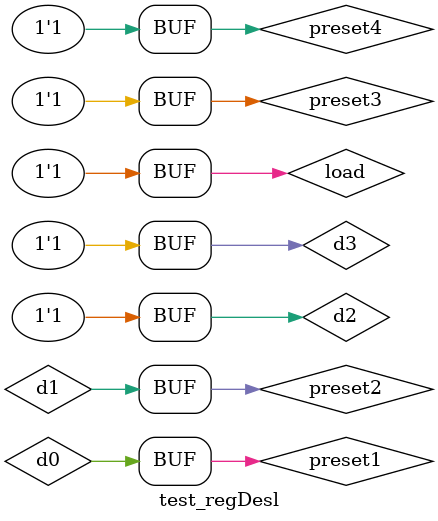
<source format=v>
module dff ( output q, output qnot,
	input   d, input clk ,input preset,input clr); 
	reg q, qnot; 
 	
	initial
	begin
		if(clr)
		begin
			q = 0;
			qnot = 1;
		end
		else
		begin
			q <= preset; 
			qnot <= ~preset;
		end
	end
 
endmodule // dff

module clock ( clk ); 
 output clk; 
 reg      clk; 
 
 initial 
  begin 
   clk = 1'b0; 
  end 
 
 always 
  begin 
   #12 clk = ~clk; 
  end 
 
endmodule // clock ( )



module test_regDesl; 
// ------------------------- definir dados 
      reg clr,load,d0,d1,d2,d3;
      wire clk,q0,qnot0,q1,qnot1,q2,qnot2,q3,qnot3,preset1,preset2,preset3,preset4;
		
		clock CLK1(clk);
		
		and AND1(preset4,load,d3);
		and AND2(preset3,load,d2);
		and AND3(preset2,load,d1);
		and AND4(preset1,load,d0);
		
		dff DFF1(q0,qnot0,q3,clk,preset1,clr);
		dff DFF2(q1,qnot1,q0,clk,preset2,clr);
		dff DFF3(q2,qnot2,q1,clk,preset3,clr);
		dff DFF4(q3,qnot3,q2,clk,preset4,clr);
		
// ------------------------- parte principal 
 initial begin
      $display("Exercicio6 - Gustavo Barbosa - 427410");
      $display("Test Shift Register"); 
		$display("d0 d1 d2 d3 q0 q1 q2 q3");
 
      $monitor("%1b %1b %1b %1b %1b %1b %1b %1b",d0,d1,d2,d3,q0,q1,q2,q3);
      
      #1 d2 = 1'b1; d3 = 1'b1;
		#1 load = 1'b1;
 
 end 
 
endmodule // test_regDesl

</source>
